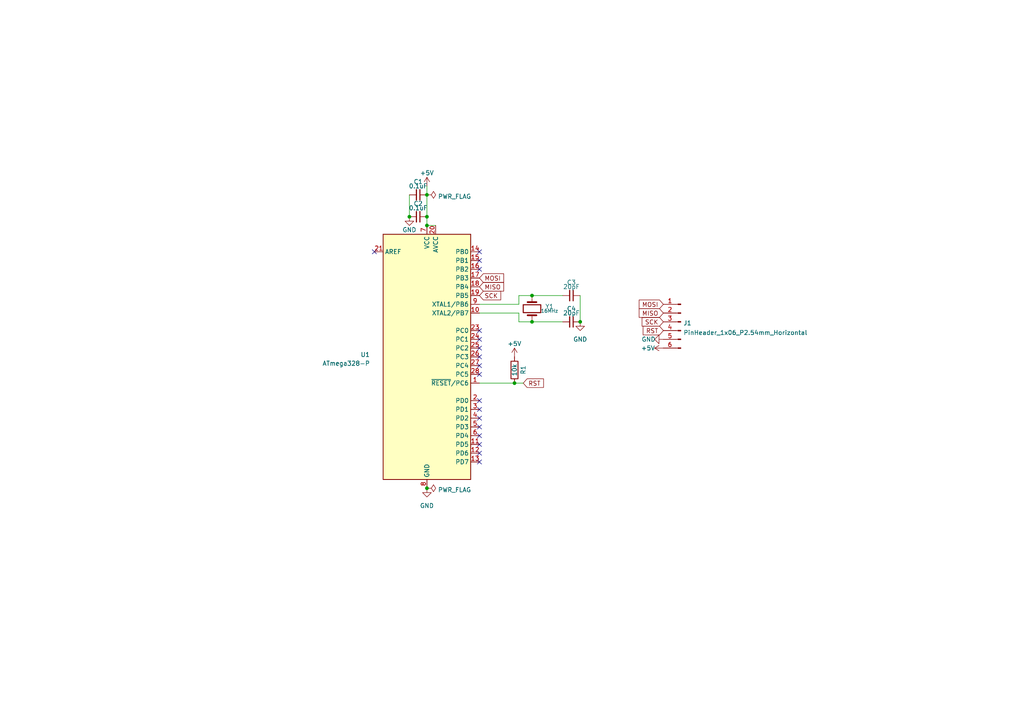
<source format=kicad_sch>
(kicad_sch (version 20211123) (generator eeschema)
  (paper "A4")
  (title_block (title "0xCB - DIP28 ISP adapter") (date "2022-02-07") (rev "1.0") (company "0xCB") (comment 1 "Conor Burns"))
  (lib_symbols
    (symbol "Connector:Conn_01x06_Male" (pin_names (offset 1.016) hide)
      (property "Reference" "J" (at 0 7.62 0))
      (property "Value" "Conn_01x06_Male" (at 0 -10.16 0))
      (symbol "Conn_01x06_Male_1_1"
        (polyline (pts (xy 1.27 -7.62) (xy 0.8636 -7.62)) (stroke (width 0.1524)))
        (polyline (pts (xy 1.27 -5.08) (xy 0.8636 -5.08)) (stroke (width 0.1524)))
        (polyline (pts (xy 1.27 -2.54) (xy 0.8636 -2.54)) (stroke (width 0.1524)))
        (polyline (pts (xy 1.27 0) (xy 0.8636 0)) (stroke (width 0.1524)))
        (polyline (pts (xy 1.27 2.54) (xy 0.8636 2.54)) (stroke (width 0.1524)))
        (polyline (pts (xy 1.27 5.08) (xy 0.8636 5.08)) (stroke (width 0.1524)))
        (rectangle (start 0.8636 -7.493) (end 0 -7.747) (stroke (width 0.1524)) (fill (type outline)))
        (rectangle (start 0.8636 -4.953) (end 0 -5.207) (stroke (width 0.1524)) (fill (type outline)))
        (rectangle (start 0.8636 -2.413) (end 0 -2.667) (stroke (width 0.1524)) (fill (type outline)))
        (rectangle (start 0.8636 0.127) (end 0 -0.127) (stroke (width 0.1524)) (fill (type outline)))
        (rectangle (start 0.8636 2.667) (end 0 2.413) (stroke (width 0.1524)) (fill (type outline)))
        (rectangle (start 0.8636 5.207) (end 0 4.953) (stroke (width 0.1524)) (fill (type outline)))
        (pin passive line (at 5.08 5.08 180) (length 3.81) (name "Pin_1") (number "1"))
        (pin passive line (at 5.08 2.54 180) (length 3.81) (name "Pin_2") (number "2"))
        (pin passive line (at 5.08 0 180) (length 3.81) (name "Pin_3") (number "3"))
        (pin passive line (at 5.08 -2.54 180) (length 3.81) (name "Pin_4") (number "4"))
        (pin passive line (at 5.08 -5.08 180) (length 3.81) (name "Pin_5") (number "5"))
        (pin passive line (at 5.08 -7.62 180) (length 3.81) (name "Pin_6") (number "6"))
      )
    )
    (symbol "Device:C_Small" (pin_numbers hide) (pin_names (offset 0.254) hide)
      (property "Reference" "C" (at 0.254 1.778 0))
      (property "Value" "C_Small" (at 0.254 -2.032 0))
      (symbol "C_Small_0_1"
        (polyline (pts (xy -1.524 -0.508) (xy 1.524 -0.508)) (stroke (width 0.3302)))
        (polyline (pts (xy -1.524 0.508) (xy 1.524 0.508)) (stroke (width 0.3048)))
      )
      (symbol "C_Small_1_1"
        (pin passive line (at 0 2.54 270) (length 2.032) (name "~") (number "1"))
        (pin passive line (at 0 -2.54 90) (length 2.032) (name "~") (number "2"))
      )
    )
    (symbol "Device:Crystal" (pin_numbers hide) (pin_names (offset 1.016) hide)
      (property "Reference" "Y" (at 0 3.81 0))
      (property "Value" "Crystal" (at 0 -3.81 0))
      (symbol "Crystal_0_1"
        (rectangle (start -1.143 2.54) (end 1.143 -2.54) (stroke (width 0.3048)))
        (polyline (pts (xy -2.54 0) (xy -1.905 0)))
        (polyline (pts (xy -1.905 -1.27) (xy -1.905 1.27)) (stroke (width 0.508)))
        (polyline (pts (xy 1.905 -1.27) (xy 1.905 1.27)) (stroke (width 0.508)))
        (polyline (pts (xy 2.54 0) (xy 1.905 0)))
      )
      (symbol "Crystal_1_1"
        (pin passive line (at -3.81 0 0) (length 1.27) (name "1") (number "1"))
        (pin passive line (at 3.81 0 180) (length 1.27) (name "2") (number "2"))
      )
    )
    (symbol "Device:R" (pin_numbers hide) (pin_names (offset 0))
      (property "Reference" "R" (at 2.032 0 90))
      (property "Value" "R" (at 0 0 90))
      (symbol "R_0_1"
        (rectangle (start -1.016 -2.54) (end 1.016 2.54) (stroke (width 0.254)))
      )
      (symbol "R_1_1"
        (pin passive line (at 0 3.81 270) (length 1.27) (name "~") (number "1"))
        (pin passive line (at 0 -3.81 90) (length 1.27) (name "~") (number "2"))
      )
    )
    (symbol "MCU_Microchip_ATmega:ATmega328-P"
      (property "Reference" "U" (at -12.7 36.83 0))
      (property "Value" "ATmega328-P" (at 2.54 -36.83 0))
      (symbol "ATmega328-P_0_1"
        (rectangle (start -12.7 -35.56) (end 12.7 35.56) (stroke (width 0.254)) (fill (type background)))
      )
      (symbol "ATmega328-P_1_1"
        (pin bidirectional line (at 15.24 -7.62 180) (length 2.54) (name "~{RESET}/PC6") (number "1"))
        (pin bidirectional line (at 15.24 12.7 180) (length 2.54) (name "XTAL2/PB7") (number "10"))
        (pin bidirectional line (at 15.24 -25.4 180) (length 2.54) (name "PD5") (number "11"))
        (pin bidirectional line (at 15.24 -27.94 180) (length 2.54) (name "PD6") (number "12"))
        (pin bidirectional line (at 15.24 -30.48 180) (length 2.54) (name "PD7") (number "13"))
        (pin bidirectional line (at 15.24 30.48 180) (length 2.54) (name "PB0") (number "14"))
        (pin bidirectional line (at 15.24 27.94 180) (length 2.54) (name "PB1") (number "15"))
        (pin bidirectional line (at 15.24 25.4 180) (length 2.54) (name "PB2") (number "16"))
        (pin bidirectional line (at 15.24 22.86 180) (length 2.54) (name "PB3") (number "17"))
        (pin bidirectional line (at 15.24 20.32 180) (length 2.54) (name "PB4") (number "18"))
        (pin bidirectional line (at 15.24 17.78 180) (length 2.54) (name "PB5") (number "19"))
        (pin bidirectional line (at 15.24 -12.7 180) (length 2.54) (name "PD0") (number "2"))
        (pin power_in line (at 2.54 38.1 270) (length 2.54) (name "AVCC") (number "20"))
        (pin passive line (at -15.24 30.48 0) (length 2.54) (name "AREF") (number "21"))
        (pin passive line (at 0 -38.1 90) (length 2.54) hide (name "GND") (number "22"))
        (pin bidirectional line (at 15.24 7.62 180) (length 2.54) (name "PC0") (number "23"))
        (pin bidirectional line (at 15.24 5.08 180) (length 2.54) (name "PC1") (number "24"))
        (pin bidirectional line (at 15.24 2.54 180) (length 2.54) (name "PC2") (number "25"))
        (pin bidirectional line (at 15.24 0 180) (length 2.54) (name "PC3") (number "26"))
        (pin bidirectional line (at 15.24 -2.54 180) (length 2.54) (name "PC4") (number "27"))
        (pin bidirectional line (at 15.24 -5.08 180) (length 2.54) (name "PC5") (number "28"))
        (pin bidirectional line (at 15.24 -15.24 180) (length 2.54) (name "PD1") (number "3"))
        (pin bidirectional line (at 15.24 -17.78 180) (length 2.54) (name "PD2") (number "4"))
        (pin bidirectional line (at 15.24 -20.32 180) (length 2.54) (name "PD3") (number "5"))
        (pin bidirectional line (at 15.24 -22.86 180) (length 2.54) (name "PD4") (number "6"))
        (pin power_in line (at 0 38.1 270) (length 2.54) (name "VCC") (number "7"))
        (pin power_in line (at 0 -38.1 90) (length 2.54) (name "GND") (number "8"))
        (pin bidirectional line (at 15.24 15.24 180) (length 2.54) (name "XTAL1/PB6") (number "9"))
      )
    )
    (symbol "power:+5V" (power) (pin_names (offset 0))
      (property "Value" "+5V" (at 0 3.556 0))
      (symbol "+5V_0_1"
        (polyline (pts (xy -0.762 1.27) (xy 0 2.54)))
        (polyline (pts (xy 0 0) (xy 0 2.54)))
        (polyline (pts (xy 0 2.54) (xy 0.762 1.27)))
      )
      (symbol "+5V_1_1"
        (pin power_in line (at 0 0 90) (length 0) hide (name "+5V") (number "1"))
      )
    )
    (symbol "power:GND" (power) (pin_names (offset 0))
      (property "Value" "GND" (at 0 -3.81 0))
      (symbol "GND_0_1"
        (polyline (pts (xy 0 0) (xy 0 -1.27) (xy 1.27 -1.27) (xy 0 -2.54) (xy -1.27 -1.27) (xy 0 -1.27)))
      )
      (symbol "GND_1_1"
        (pin power_in line (at 0 0 270) (length 0) hide (name "GND") (number "1"))
      )
    )
    (symbol "power:PWR_FLAG" (power) (pin_numbers hide) (pin_names (offset 0) hide)
      (property "Value" "PWR_FLAG" (at 0 3.81 0))
      (symbol "PWR_FLAG_0_0"
        (pin power_out line (at 0 0 90) (length 0) (name "pwr") (number "1"))
      )
      (symbol "PWR_FLAG_0_1"
        (polyline (pts (xy 0 0) (xy 0 1.27) (xy -1.016 1.905) (xy 0 2.54) (xy 1.016 1.905) (xy 0 1.27)))
      )
    )
  )
  (junction (at 123.825 56.515) (diameter 0.9144))
  (junction (at 123.825 141.605))
  (junction (at 154.305 85.725) (diameter 0.9144))
  (junction (at 149.225 111.125) (diameter 0.9144))
  (junction (at 154.305 93.345) (diameter 0.9144))
  (junction (at 118.745 62.865) (diameter 0.9144))
  (junction (at 168.275 93.345) (diameter 0.9144))
  (junction (at 123.825 62.865) (diameter 0.9144))
  (junction (at 123.825 65.405) (diameter 0.9144))
  (no_connect (at 108.585 73.025))
  (no_connect (at 139.065 73.025))
  (no_connect (at 139.065 75.565))
  (no_connect (at 139.065 78.105))
  (no_connect (at 139.065 98.425))
  (no_connect (at 139.065 95.885))
  (no_connect (at 139.065 133.985))
  (no_connect (at 139.065 118.745))
  (no_connect (at 139.065 121.285))
  (no_connect (at 139.065 123.825))
  (no_connect (at 139.065 131.445))
  (no_connect (at 139.065 128.905))
  (no_connect (at 139.065 126.365))
  (no_connect (at 139.065 100.965))
  (no_connect (at 139.065 103.505))
  (no_connect (at 139.065 106.045))
  (no_connect (at 139.065 108.585))
  (no_connect (at 139.065 116.205))
  (wire (pts (xy 154.305 93.345) (xy 163.195 93.345)))
  (wire (pts (xy 168.275 85.725) (xy 168.275 93.345)))
  (wire (pts (xy 118.745 56.515) (xy 118.745 62.865)))
  (wire (pts (xy 154.305 85.725) (xy 163.195 85.725)))
  (wire (pts (xy 139.065 90.805) (xy 150.495 90.805)))
  (wire (pts (xy 150.495 90.805) (xy 150.495 93.345)))
  (wire (pts (xy 150.495 93.345) (xy 154.305 93.345)))
  (wire (pts (xy 139.065 88.265) (xy 150.495 88.265)))
  (wire (pts (xy 150.495 85.725) (xy 154.305 85.725)))
  (wire (pts (xy 150.495 88.265) (xy 150.495 85.725)))
  (wire (pts (xy 139.065 111.125) (xy 149.225 111.125)))
  (wire (pts (xy 123.825 53.975) (xy 123.825 56.515)))
  (wire (pts (xy 123.825 62.865) (xy 123.825 56.515)))
  (wire (pts (xy 123.825 65.405) (xy 123.825 62.865)))
  (wire (pts (xy 126.365 65.405) (xy 123.825 65.405)))
  (wire (pts (xy 151.765 111.125) (xy 149.225 111.125)))
  (global_label "MISO" (shape input) (at 139.065 83.185 0) (property "Intersheet References" "${INTERSHEET_REFS}" (effects hide)))
  (global_label "MISO" (shape input) (at 192.405 90.805 180) (property "Intersheet References" "${INTERSHEET_REFS}" (effects hide)))
  (global_label "MOSI" (shape input) (at 192.405 88.265 180) (property "Intersheet References" "${INTERSHEET_REFS}" (effects hide)))
  (global_label "RST" (shape input) (at 192.405 95.885 180) (property "Intersheet References" "${INTERSHEET_REFS}" (effects hide)))
  (global_label "SCK" (shape input) (at 192.405 93.345 180) (property "Intersheet References" "${INTERSHEET_REFS}" (effects hide)))
  (global_label "MOSI" (shape input) (at 139.065 80.645 0) (property "Intersheet References" "${INTERSHEET_REFS}" (effects hide)))
  (global_label "RST" (shape input) (at 151.765 111.125 0) (property "Intersheet References" "${INTERSHEET_REFS}" (effects hide)))
  (global_label "SCK" (shape input) (at 139.065 85.725 0) (property "Intersheet References" "${INTERSHEET_REFS}" (effects hide)))
  (symbol (lib_id "power:+5V") (at 123.825 53.975 0) (unit 1)
    (property "Reference" "#PWR02" (effects hide))
    (property "Value" "+5V" (at 123.825 50.165 0))
  )
  (symbol (lib_id "MCU_Microchip_ATmega:ATmega328-P") (at 123.825 103.505 0) (unit 1)
    (property "Reference" "U1" (at 107.315 102.8699 0) (effects (justify right)))
    (property "Value" "ATmega328-P" (at 107.315 105.4099 0) (effects (justify right)))
    (property "Footprint" "Socket:DIP_Socket-28_W6.9_W7.62_W10.16_W12.7_W13.5_3M_228-4817-00-0602J" (effects hide))
    (property "Datasheet" "http://ww1.microchip.com/downloads/en/DeviceDoc/ATmega328_P%20AVR%20MCU%20with%20picoPower%20Technology%20Data%20Sheet%2040001984A.pdf" (effects hide))
    (property "Part Nb." "C613508" (effects hide))
  )
  (symbol (lib_id "Device:C_Small") (at 121.285 56.515 270) (unit 1)
    (property "Reference" "C1" (at 121.285 52.705 90))
    (property "Value" "0.1uF" (at 121.285 53.975 90))
    (property "Footprint" "Capacitor_THT:C_Disc_D5.0mm_W2.5mm_P5.00mm" (effects hide))
    (property "Part Nb." "C277965" (effects hide))
  )
  (symbol (lib_id "power:+5V") (at 149.225 103.505 0) (unit 1)
    (property "Reference" "#PWR04" (effects hide))
    (property "Value" "+5V" (at 149.225 99.695 0))
  )
  (symbol (lib_id "power:GND") (at 192.405 98.425 270) (unit 1)
    (property "Reference" "#PWR06" (effects hide))
    (property "Value" "GND" (at 186.055 98.425 90) (effects (justify left)))
  )
  (symbol (lib_id "Device:C_Small") (at 121.285 62.865 270) (unit 1)
    (property "Reference" "C2" (at 121.285 59.055 90))
    (property "Value" "0.1uF" (at 121.285 60.325 90))
    (property "Footprint" "Capacitor_THT:C_Disc_D5.0mm_W2.5mm_P5.00mm" (effects hide))
    (property "Part Nb." "C277965" (effects hide))
  )
  (symbol (lib_id "power:PWR_FLAG") (at 123.825 56.515 270) (unit 1)
    (property "Reference" "#FLG0101" (effects hide))
    (property "Value" "PWR_FLAG" (at 127 56.994 90) (effects (justify left)))
  )
  (symbol (lib_id "Device:Crystal") (at 154.305 89.535 90) (unit 1)
    (property "Reference" "Y1" (at 158.115 88.8999 90) (effects (justify right)))
    (property "Value" "16MHz" (at 156.845 90.1699 90) (effects (font (size 1 1)) (justify right)))
    (property "Footprint" "Crystal:Crystal_HC49-4H_Vertical" (effects hide))
    (property "Part Nb." "C16212" (effects hide))
  )
  (symbol (lib_id "power:GND") (at 118.745 62.865 0) (unit 1)
    (property "Reference" "#PWR01" (effects hide))
    (property "Value" "GND" (at 118.745 66.675 0))
  )
  (symbol (lib_id "Device:R") (at 149.225 107.315 180) (unit 1)
    (property "Reference" "R1" (at 151.765 107.315 90))
    (property "Value" "10k" (at 149.225 107.315 90))
    (property "Footprint" "Resistor_THT:R_Axial_DIN0204_L3.6mm_D1.6mm_P5.08mm_Horizontal" (effects hide))
    (property "Part Nb." "C58673 " (effects hide))
  )
  (symbol (lib_id "power:PWR_FLAG") (at 123.825 141.605 270) (unit 1)
    (property "Reference" "#FLG0102" (effects hide))
    (property "Value" "PWR_FLAG" (at 127 142.084 90) (effects (justify left)))
  )
  (symbol (lib_id "Device:C_Small") (at 165.735 85.725 270) (unit 1)
    (property "Reference" "C3" (at 165.735 81.915 90))
    (property "Value" "20pF" (at 165.735 83.185 90))
    (property "Footprint" "Capacitor_THT:C_Disc_D3.0mm_W1.6mm_P2.50mm" (effects hide))
    (property "Part Nb." "C254096" (effects hide))
  )
  (symbol (lib_id "Connector:Conn_01x06_Male") (at 197.485 93.345 0) (mirror y) (unit 1)
    (property "Reference" "J1" (at 198.1962 93.7065 0) (effects (justify right)))
    (property "Value" "PinHeader_1x06_P2.54mm_Horizontal" (at 198.1962 96.4816 0) (effects (justify right)))
    (property "Footprint" "Connector_PinHeader_2.54mm:PinHeader_1x06_P2.54mm_Horizontal" (effects hide))
  )
  (symbol (lib_id "power:GND") (at 168.275 93.345 0) (unit 1)
    (property "Reference" "#PWR05" (effects hide))
    (property "Value" "GND" (at 168.275 98.425 0))
  )
  (symbol (lib_id "power:GND") (at 123.825 141.605 0) (unit 1)
    (property "Reference" "#PWR03" (effects hide))
    (property "Value" "GND" (at 123.825 146.685 0))
  )
  (symbol (lib_id "Device:C_Small") (at 165.735 93.345 270) (unit 1)
    (property "Reference" "C4" (at 165.735 89.535 90))
    (property "Value" "20pF" (at 165.735 90.805 90))
    (property "Footprint" "Capacitor_THT:C_Disc_D3.0mm_W1.6mm_P2.50mm" (effects hide))
    (property "Part Nb." "C254096" (effects hide))
  )
  (symbol (lib_id "power:+5V") (at 192.405 100.965 90) (unit 1)
    (property "Reference" "#PWR07" (effects hide))
    (property "Value" "+5V" (at 187.96 100.965 90))
  )
)
</source>
